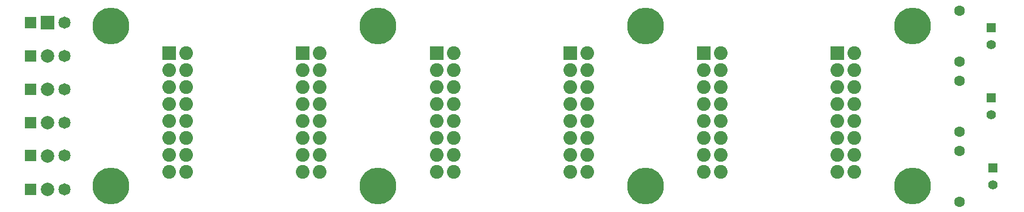
<source format=gbs>
%FSLAX33Y33*%
%MOMM*%
%AMRect-W1400000-H1400000-RO0.500*
21,1,1.4,1.4,0.,0.,270*%
%ADD10R,1.82X1.82*%
%ADD11C,1.82*%
%ADD12C,5.5*%
%ADD13R,2.049999X2.049999*%
%ADD14C,2.049999*%
%ADD15C,1.6*%
%ADD16R,2.X2.*%
%ADD17C,2.*%
%ADD18C,1.4*%
%ADD19Rect-W1400000-H1400000-RO0.500*%
D10*
%LNbottom solder mask_traces*%
%LNbottom solder mask component 0b7acb794d0bcb3e*%
G01*
X10960Y28500D03*
D11*
X16040Y28500D03*
%LNbottom solder mask component f1ab7fb64510febf*%
D12*
X143000Y4000D03*
%LNbottom solder mask component d89052fe60ae9209*%
X143000Y28000D03*
%LNbottom solder mask component 27d26f2503222f7b*%
D13*
X131730Y23890D03*
D14*
X131730Y21350D03*
X131730Y18810D03*
X131730Y16270D03*
X131730Y13730D03*
X131730Y11190D03*
X131730Y8650D03*
X131730Y6110D03*
X134270Y23890D03*
X134270Y21350D03*
X134270Y18810D03*
X134270Y16270D03*
X134270Y13730D03*
X134270Y11190D03*
X134270Y8650D03*
X134270Y6110D03*
%LNbottom solder mask component 145d1bb3f168432e*%
D10*
X10960Y8580D03*
D11*
X16040Y8580D03*
%LNbottom solder mask component bcd92e7181fbf858*%
D10*
X10960Y13500D03*
D11*
X16040Y13500D03*
%LNbottom solder mask component 996bb1596786c405*%
D13*
X91730Y23890D03*
D14*
X91730Y21350D03*
X91730Y18810D03*
X91730Y16270D03*
X91730Y13730D03*
X91730Y11190D03*
X91730Y8650D03*
X91730Y6110D03*
X94270Y23890D03*
X94270Y21350D03*
X94270Y18810D03*
X94270Y16270D03*
X94270Y13730D03*
X94270Y11190D03*
X94270Y8650D03*
X94270Y6110D03*
%LNbottom solder mask component 7dae58d331bba13f*%
D15*
X150000Y19810D03*
X150000Y12190D03*
%LNbottom solder mask component f8d2c566e8d0f732*%
D13*
X111730Y23890D03*
D14*
X111730Y21350D03*
X111730Y18810D03*
X111730Y16270D03*
X111730Y13730D03*
X111730Y11190D03*
X111730Y8650D03*
X111730Y6110D03*
X114270Y23890D03*
X114270Y21350D03*
X114270Y18810D03*
X114270Y16270D03*
X114270Y13730D03*
X114270Y11190D03*
X114270Y8650D03*
X114270Y6110D03*
%LNbottom solder mask component 0b2541a5dc53c73f*%
D12*
X23000Y4000D03*
%LNbottom solder mask component d60a8acd032ddc48*%
D13*
X51730Y23890D03*
D14*
X51730Y21350D03*
X51730Y18810D03*
X51730Y16270D03*
X51730Y13730D03*
X51730Y11190D03*
X51730Y8650D03*
X51730Y6110D03*
X54270Y23890D03*
X54270Y21350D03*
X54270Y18810D03*
X54270Y16270D03*
X54270Y13730D03*
X54270Y11190D03*
X54270Y8650D03*
X54270Y6110D03*
%LNbottom solder mask component f0989937e0df849d*%
D15*
X150000Y9310D03*
X150000Y1690D03*
%LNbottom solder mask component a8764a76282b0ccc*%
D16*
X13500Y28500D03*
D17*
X13500Y23500D03*
X13500Y18500D03*
X13500Y13500D03*
X13500Y8500D03*
X13500Y3500D03*
%LNbottom solder mask component bca9f5c5224108a7*%
D13*
X71730Y23890D03*
D14*
X71730Y21350D03*
X71730Y18810D03*
X71730Y16270D03*
X71730Y13730D03*
X71730Y11190D03*
X71730Y8650D03*
X71730Y6110D03*
X74270Y23890D03*
X74270Y21350D03*
X74270Y18810D03*
X74270Y16270D03*
X74270Y13730D03*
X74270Y11190D03*
X74270Y8650D03*
X74270Y6110D03*
%LNbottom solder mask component 38162f618b9ac868*%
D12*
X103000Y28000D03*
%LNbottom solder mask component 776d6d4ab46e2070*%
D18*
X154750Y14730D03*
D19*
X154750Y17270D03*
%LNbottom solder mask component 4bd1d0b04df16f9b*%
D12*
X63000Y28000D03*
%LNbottom solder mask component 5a27114fed002667*%
D18*
X154750Y25230D03*
D19*
X154750Y27770D03*
%LNbottom solder mask component 47fb3bc1e1c161d0*%
D18*
X155000Y4230D03*
D19*
X155000Y6770D03*
%LNbottom solder mask component 6b99a60343372a19*%
D12*
X23000Y28000D03*
%LNbottom solder mask component 3cbb6c8d5c864de3*%
X103000Y4000D03*
%LNbottom solder mask component 9d731209b46d7799*%
D13*
X31730Y23890D03*
D14*
X31730Y21350D03*
X31730Y18810D03*
X31730Y16270D03*
X31730Y13730D03*
X31730Y11190D03*
X31730Y8650D03*
X31730Y6110D03*
X34270Y23890D03*
X34270Y21350D03*
X34270Y18810D03*
X34270Y16270D03*
X34270Y13730D03*
X34270Y11190D03*
X34270Y8650D03*
X34270Y6110D03*
%LNbottom solder mask component 2f60db66613999d8*%
D10*
X10960Y23500D03*
D11*
X16040Y23500D03*
%LNbottom solder mask component d8a8b9029d789fe8*%
D15*
X150000Y30310D03*
X150000Y22690D03*
%LNbottom solder mask component 98e62bbff07fcb3d*%
D12*
X63000Y4000D03*
%LNbottom solder mask component 8578cc6612424d73*%
D10*
X10960Y3500D03*
D11*
X16040Y3500D03*
%LNbottom solder mask component 2dc3ffc5ddd84451*%
D10*
X10960Y18500D03*
D11*
X16040Y18500D03*
M02*
</source>
